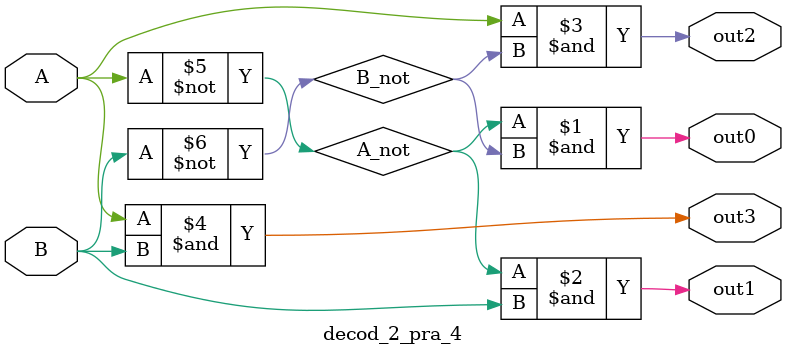
<source format=v>
module decod_2_pra_4(A, B, out0, out1, out2, out3);
	input A, B;
	output out0, out1, out2, out3;
	
	wire A_not, B_not;
	
	not (A_not, A);
	not (B_not, B);
	
	and And0 (out0, A_not, B_not);
	and And1 (out1, A_not, B);
	and And2 (out2, A, B_not);
	and And3 (out3, A, B);
	
	

endmodule 
</source>
